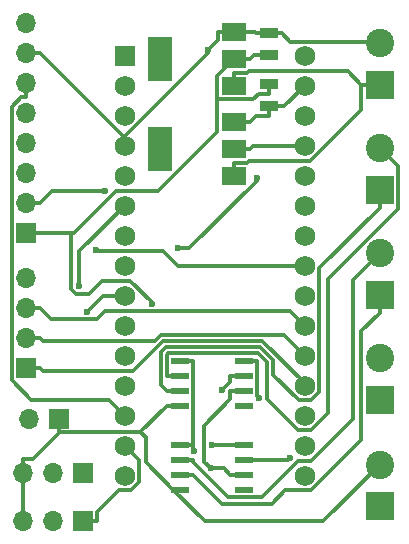
<source format=gbr>
G04 #@! TF.GenerationSoftware,KiCad,Pcbnew,5.0.0*
G04 #@! TF.CreationDate,2018-09-23T10:29:23+02:00*
G04 #@! TF.ProjectId,openReflow,6F70656E5265666C6F772E6B69636164,rev?*
G04 #@! TF.SameCoordinates,Original*
G04 #@! TF.FileFunction,Copper,L2,Bot,Signal*
G04 #@! TF.FilePolarity,Positive*
%FSLAX46Y46*%
G04 Gerber Fmt 4.6, Leading zero omitted, Abs format (unit mm)*
G04 Created by KiCad (PCBNEW 5.0.0) date Sun Sep 23 10:29:23 2018*
%MOMM*%
%LPD*%
G01*
G04 APERTURE LIST*
G04 #@! TA.AperFunction,ComponentPad*
%ADD10R,1.700000X1.700000*%
G04 #@! TD*
G04 #@! TA.AperFunction,ComponentPad*
%ADD11O,1.700000X1.700000*%
G04 #@! TD*
G04 #@! TA.AperFunction,SMDPad,CuDef*
%ADD12R,1.500000X0.970000*%
G04 #@! TD*
G04 #@! TA.AperFunction,ComponentPad*
%ADD13R,2.400000X2.400000*%
G04 #@! TD*
G04 #@! TA.AperFunction,ComponentPad*
%ADD14C,2.400000*%
G04 #@! TD*
G04 #@! TA.AperFunction,SMDPad,CuDef*
%ADD15R,2.000000X3.800000*%
G04 #@! TD*
G04 #@! TA.AperFunction,SMDPad,CuDef*
%ADD16R,2.000000X1.500000*%
G04 #@! TD*
G04 #@! TA.AperFunction,SMDPad,CuDef*
%ADD17R,1.550000X0.600000*%
G04 #@! TD*
G04 #@! TA.AperFunction,ComponentPad*
%ADD18C,1.727200*%
G04 #@! TD*
G04 #@! TA.AperFunction,ComponentPad*
%ADD19R,1.727200X1.727200*%
G04 #@! TD*
G04 #@! TA.AperFunction,ViaPad*
%ADD20C,0.600000*%
G04 #@! TD*
G04 #@! TA.AperFunction,Conductor*
%ADD21C,0.300000*%
G04 #@! TD*
G04 APERTURE END LIST*
D10*
G04 #@! TO.P,J5,1*
G04 #@! TO.N,GND*
X78232000Y-128016000D03*
D11*
G04 #@! TO.P,J5,2*
G04 #@! TO.N,Net-(J5-Pad2)*
X75692000Y-128016000D03*
G04 #@! TD*
D12*
G04 #@! TO.P,C2,1*
G04 #@! TO.N,3V3*
X96012000Y-99629000D03*
G04 #@! TO.P,C2,2*
G04 #@! TO.N,GND*
X96012000Y-101539000D03*
G04 #@! TD*
G04 #@! TO.P,C7,1*
G04 #@! TO.N,3V3*
X96012000Y-97221000D03*
G04 #@! TO.P,C7,2*
G04 #@! TO.N,GND*
X96012000Y-95311000D03*
G04 #@! TD*
D13*
G04 #@! TO.P,J1,1*
G04 #@! TO.N,VIN*
X105410000Y-99695000D03*
D14*
G04 #@! TO.P,J1,2*
G04 #@! TO.N,GND*
X105410000Y-96195000D03*
G04 #@! TD*
D13*
G04 #@! TO.P,J2,1*
G04 #@! TO.N,Net-(C3-Pad1)*
X105410000Y-108585000D03*
D14*
G04 #@! TO.P,J2,2*
G04 #@! TO.N,Net-(C3-Pad2)*
X105410000Y-105085000D03*
G04 #@! TD*
D13*
G04 #@! TO.P,J3,1*
G04 #@! TO.N,Net-(C6-Pad1)*
X105410000Y-117475000D03*
D14*
G04 #@! TO.P,J3,2*
G04 #@! TO.N,Net-(C6-Pad2)*
X105410000Y-113975000D03*
G04 #@! TD*
D10*
G04 #@! TO.P,J4,1*
G04 #@! TO.N,3V3*
X75438000Y-112268000D03*
D11*
G04 #@! TO.P,J4,2*
G04 #@! TO.N,SCK*
X75438000Y-109728000D03*
G04 #@! TO.P,J4,3*
G04 #@! TO.N,SDA*
X75438000Y-107188000D03*
G04 #@! TO.P,J4,4*
G04 #@! TO.N,DC*
X75438000Y-104648000D03*
G04 #@! TO.P,J4,5*
G04 #@! TO.N,RESET_TFT*
X75438000Y-102108000D03*
G04 #@! TO.P,J4,6*
G04 #@! TO.N,CS*
X75438000Y-99568000D03*
G04 #@! TO.P,J4,7*
G04 #@! TO.N,GND*
X75438000Y-97028000D03*
G04 #@! TO.P,J4,8*
G04 #@! TO.N,5V*
X75438000Y-94488000D03*
G04 #@! TD*
D10*
G04 #@! TO.P,J6,1*
G04 #@! TO.N,Status_LED*
X80264000Y-132588000D03*
D11*
G04 #@! TO.P,J6,2*
G04 #@! TO.N,5V*
X77724000Y-132588000D03*
G04 #@! TO.P,J6,3*
G04 #@! TO.N,GND*
X75184000Y-132588000D03*
G04 #@! TD*
D13*
G04 #@! TO.P,J7,1*
G04 #@! TO.N,Net-(J7-Pad1)*
X105410000Y-135382000D03*
D14*
G04 #@! TO.P,J7,2*
G04 #@! TO.N,GND*
X105410000Y-131882000D03*
G04 #@! TD*
D13*
G04 #@! TO.P,J8,1*
G04 #@! TO.N,Net-(J8-Pad1)*
X105410000Y-126365000D03*
D14*
G04 #@! TO.P,J8,2*
G04 #@! TO.N,GND*
X105410000Y-122865000D03*
G04 #@! TD*
D10*
G04 #@! TO.P,J9,1*
G04 #@! TO.N,Servo*
X80264000Y-136652000D03*
D11*
G04 #@! TO.P,J9,2*
G04 #@! TO.N,5V*
X77724000Y-136652000D03*
G04 #@! TO.P,J9,3*
G04 #@! TO.N,GND*
X75184000Y-136652000D03*
G04 #@! TD*
D15*
G04 #@! TO.P,U1,4*
G04 #@! TO.N,N/C*
X86766000Y-97536000D03*
D16*
G04 #@! TO.P,U1,2*
G04 #@! TO.N,3V3*
X93066000Y-97536000D03*
G04 #@! TO.P,U1,3*
G04 #@! TO.N,VIN*
X93066000Y-99836000D03*
G04 #@! TO.P,U1,1*
G04 #@! TO.N,GND*
X93066000Y-95236000D03*
G04 #@! TD*
D15*
G04 #@! TO.P,U2,4*
G04 #@! TO.N,N/C*
X86766000Y-105156000D03*
D16*
G04 #@! TO.P,U2,2*
G04 #@! TO.N,5V*
X93066000Y-105156000D03*
G04 #@! TO.P,U2,3*
G04 #@! TO.N,VIN*
X93066000Y-107456000D03*
G04 #@! TO.P,U2,1*
G04 #@! TO.N,GND*
X93066000Y-102856000D03*
G04 #@! TD*
D17*
G04 #@! TO.P,U3,1*
G04 #@! TO.N,GND*
X88486000Y-126873000D03*
G04 #@! TO.P,U3,2*
G04 #@! TO.N,Net-(C3-Pad1)*
X88486000Y-125603000D03*
G04 #@! TO.P,U3,3*
G04 #@! TO.N,Net-(C3-Pad2)*
X88486000Y-124333000D03*
G04 #@! TO.P,U3,4*
G04 #@! TO.N,3V3*
X88486000Y-123063000D03*
G04 #@! TO.P,U3,5*
G04 #@! TO.N,Net-(D1-Pad2)*
X93886000Y-123063000D03*
G04 #@! TO.P,U3,6*
G04 #@! TO.N,Net-(D2-Pad2)*
X93886000Y-124333000D03*
G04 #@! TO.P,U3,7*
G04 #@! TO.N,MISO*
X93886000Y-125603000D03*
G04 #@! TO.P,U3,8*
G04 #@! TO.N,N/C*
X93886000Y-126873000D03*
G04 #@! TD*
G04 #@! TO.P,U4,1*
G04 #@! TO.N,GND*
X88486000Y-133985000D03*
G04 #@! TO.P,U4,2*
G04 #@! TO.N,Net-(C6-Pad1)*
X88486000Y-132715000D03*
G04 #@! TO.P,U4,3*
G04 #@! TO.N,Net-(C6-Pad2)*
X88486000Y-131445000D03*
G04 #@! TO.P,U4,4*
G04 #@! TO.N,3V3*
X88486000Y-130175000D03*
G04 #@! TO.P,U4,5*
G04 #@! TO.N,Net-(D3-Pad2)*
X93886000Y-130175000D03*
G04 #@! TO.P,U4,6*
G04 #@! TO.N,Net-(D4-Pad2)*
X93886000Y-131445000D03*
G04 #@! TO.P,U4,7*
G04 #@! TO.N,MISO*
X93886000Y-132715000D03*
G04 #@! TO.P,U4,8*
G04 #@! TO.N,N/C*
X93886000Y-133985000D03*
G04 #@! TD*
D18*
G04 #@! TO.P,XA1,VIN*
G04 #@! TO.N,N/C*
X99060000Y-97282000D03*
G04 #@! TO.P,XA1,GND2*
G04 #@! TO.N,GND*
X99060000Y-99822000D03*
G04 #@! TO.P,XA1,RST2*
G04 #@! TO.N,N/C*
X99060000Y-102362000D03*
G04 #@! TO.P,XA1,5V*
G04 #@! TO.N,5V*
X99060000Y-104902000D03*
G04 #@! TO.P,XA1,A7*
G04 #@! TO.N,N/C*
X99060000Y-107442000D03*
G04 #@! TO.P,XA1,A6*
X99060000Y-109982000D03*
G04 #@! TO.P,XA1,A5*
X99060000Y-112522000D03*
G04 #@! TO.P,XA1,A4*
G04 #@! TO.N,SDA*
X99060000Y-115062000D03*
G04 #@! TO.P,XA1,A3*
G04 #@! TO.N,N/C*
X99060000Y-117602000D03*
G04 #@! TO.P,XA1,A2*
G04 #@! TO.N,A2*
X99060000Y-120142000D03*
G04 #@! TO.P,XA1,A1*
G04 #@! TO.N,A1*
X99060000Y-122682000D03*
G04 #@! TO.P,XA1,A0*
G04 #@! TO.N,A0*
X99060000Y-125222000D03*
G04 #@! TO.P,XA1,AREF*
G04 #@! TO.N,N/C*
X99060000Y-127762000D03*
G04 #@! TO.P,XA1,3V3*
X99060000Y-130302000D03*
G04 #@! TO.P,XA1,D13*
G04 #@! TO.N,SCK*
X99060000Y-132842000D03*
G04 #@! TO.P,XA1,D12*
G04 #@! TO.N,MISO*
X83820000Y-132842000D03*
G04 #@! TO.P,XA1,D11*
G04 #@! TO.N,Servo*
X83820000Y-130302000D03*
G04 #@! TO.P,XA1,D10*
G04 #@! TO.N,CS*
X83820000Y-127762000D03*
G04 #@! TO.P,XA1,D9*
G04 #@! TO.N,DC*
X83820000Y-125222000D03*
G04 #@! TO.P,XA1,D8*
G04 #@! TO.N,RESET_TFT*
X83820000Y-122682000D03*
G04 #@! TO.P,XA1,D7*
G04 #@! TO.N,TC2_CS*
X83820000Y-120142000D03*
G04 #@! TO.P,XA1,D6*
G04 #@! TO.N,TC1_CS*
X83820000Y-117602000D03*
G04 #@! TO.P,XA1,D5*
G04 #@! TO.N,SSR2*
X83820000Y-115062000D03*
G04 #@! TO.P,XA1,D4*
G04 #@! TO.N,SSR1*
X83820000Y-112522000D03*
G04 #@! TO.P,XA1,D3*
G04 #@! TO.N,Status_LED*
X83820000Y-109982000D03*
G04 #@! TO.P,XA1,D2*
G04 #@! TO.N,Buzzer*
X83820000Y-107442000D03*
G04 #@! TO.P,XA1,GND1*
G04 #@! TO.N,GND*
X83820000Y-104902000D03*
G04 #@! TO.P,XA1,RST1*
G04 #@! TO.N,N/C*
X83820000Y-102362000D03*
G04 #@! TO.P,XA1,D0*
X83820000Y-99822000D03*
D19*
G04 #@! TO.P,XA1,D1*
X83820000Y-97282000D03*
G04 #@! TD*
D10*
G04 #@! TO.P,J10,1*
G04 #@! TO.N,A0*
X75438000Y-123698000D03*
D11*
G04 #@! TO.P,J10,2*
G04 #@! TO.N,A1*
X75438000Y-121158000D03*
G04 #@! TO.P,J10,3*
G04 #@! TO.N,A2*
X75438000Y-118618000D03*
G04 #@! TO.P,J10,4*
G04 #@! TO.N,GND*
X75438000Y-116078000D03*
G04 #@! TD*
D20*
G04 #@! TO.N,GND*
X90887900Y-96752300D03*
G04 #@! TO.N,3V3*
X86106500Y-118242700D03*
X89717400Y-130765500D03*
G04 #@! TO.N,SCK*
X82140000Y-108716000D03*
G04 #@! TO.N,Net-(D1-Pad2)*
X95215500Y-126237500D03*
G04 #@! TO.N,TC1_CS*
X80626900Y-118935100D03*
G04 #@! TO.N,Net-(D2-Pad2)*
X92077500Y-125573600D03*
G04 #@! TO.N,Net-(D3-Pad2)*
X91180100Y-130175000D03*
G04 #@! TO.N,Net-(D4-Pad2)*
X97774900Y-131331300D03*
G04 #@! TO.N,SDA*
X81366200Y-113688400D03*
G04 #@! TO.N,Status_LED*
X79985000Y-116789500D03*
G04 #@! TO.N,MISO*
X91087000Y-132191900D03*
G04 #@! TO.N,Net-(Q3-Pad1)*
X88331000Y-113538000D03*
X95010300Y-107636000D03*
G04 #@! TD*
D21*
G04 #@! TO.N,VIN*
X93066000Y-107456000D02*
X93066000Y-106355700D01*
X93066000Y-106355700D02*
X94166300Y-106355700D01*
X94166300Y-106355700D02*
X94350000Y-106172000D01*
X94350000Y-106172000D02*
X99508000Y-106172000D01*
X99508000Y-106172000D02*
X103859700Y-101820300D01*
X103859700Y-101820300D02*
X103859700Y-99695000D01*
X93066000Y-99836000D02*
X93066000Y-98735700D01*
X105410000Y-99695000D02*
X103859700Y-99695000D01*
X93066000Y-98735700D02*
X94166300Y-98735700D01*
X94166300Y-98735700D02*
X94350000Y-98552000D01*
X94350000Y-98552000D02*
X102716700Y-98552000D01*
X102716700Y-98552000D02*
X103859700Y-99695000D01*
G04 #@! TO.N,GND*
X85145700Y-129088000D02*
X87360700Y-126873000D01*
X78232000Y-129088000D02*
X85145700Y-129088000D01*
X87923400Y-133985000D02*
X85582300Y-131643900D01*
X85582300Y-131643900D02*
X85582300Y-129524600D01*
X85582300Y-129524600D02*
X85145700Y-129088000D01*
X105410000Y-131882000D02*
X100634600Y-136657400D01*
X100634600Y-136657400D02*
X90595800Y-136657400D01*
X90595800Y-136657400D02*
X87923400Y-133985000D01*
X88486000Y-126873000D02*
X87360700Y-126873000D01*
X78232000Y-128976000D02*
X78232000Y-129088000D01*
X78232000Y-129096100D02*
X78232000Y-129088000D01*
X78232000Y-129096100D02*
X78232000Y-129216300D01*
X78232000Y-128971000D02*
X78232000Y-128976000D01*
X78232000Y-128016000D02*
X78232000Y-128971000D01*
X75184000Y-132588000D02*
X75184000Y-131387700D01*
X78232000Y-129216300D02*
X76060600Y-131387700D01*
X76060600Y-131387700D02*
X75184000Y-131387700D01*
X75184000Y-136652000D02*
X75184000Y-132588000D01*
X88486000Y-133985000D02*
X87923400Y-133985000D01*
X90887900Y-96752300D02*
X91715700Y-95924500D01*
X91715700Y-95924500D02*
X91715700Y-95236000D01*
X83766800Y-104156500D02*
X90887900Y-97035400D01*
X90887900Y-97035400D02*
X90887900Y-96752300D01*
X83766800Y-104156500D02*
X76638300Y-97028000D01*
X83820000Y-104902000D02*
X83820000Y-104209700D01*
X83820000Y-104209700D02*
X83766800Y-104156500D01*
X93066000Y-95236000D02*
X91715700Y-95236000D01*
X93066000Y-102856000D02*
X94416300Y-102856000D01*
X96012000Y-101539000D02*
X96012000Y-102374300D01*
X96012000Y-102374300D02*
X94898000Y-102374300D01*
X94898000Y-102374300D02*
X94416300Y-102856000D01*
X99060000Y-99822000D02*
X97343000Y-101539000D01*
X97343000Y-101539000D02*
X96012000Y-101539000D01*
X75438000Y-97028000D02*
X76638300Y-97028000D01*
X94911700Y-95311000D02*
X94836700Y-95236000D01*
X94836700Y-95236000D02*
X93066000Y-95236000D01*
X96012000Y-95311000D02*
X97112300Y-95311000D01*
X105410000Y-96195000D02*
X105270400Y-96055400D01*
X105270400Y-96055400D02*
X97856700Y-96055400D01*
X97856700Y-96055400D02*
X97112300Y-95311000D01*
X96012000Y-95311000D02*
X94911700Y-95311000D01*
G04 #@! TO.N,3V3*
X79288600Y-112268000D02*
X79562800Y-112268000D01*
X79562800Y-112268000D02*
X83118800Y-108712000D01*
X83118800Y-108712000D02*
X86634300Y-108712000D01*
X86634300Y-108712000D02*
X91633800Y-103712500D01*
X91633800Y-103712500D02*
X91633800Y-100960300D01*
X76638300Y-112268000D02*
X79288600Y-112268000D01*
X79288600Y-112268000D02*
X79288600Y-117033300D01*
X79288600Y-117033300D02*
X79696700Y-117441400D01*
X79696700Y-117441400D02*
X80774600Y-117441400D01*
X80774600Y-117441400D02*
X81884000Y-116332000D01*
X81884000Y-116332000D02*
X84300600Y-116332000D01*
X84300600Y-116332000D02*
X86106500Y-118137900D01*
X86106500Y-118137900D02*
X86106500Y-118242700D01*
X88486000Y-123063000D02*
X89611300Y-123063000D01*
X89611300Y-123063000D02*
X89611300Y-130175000D01*
X91633800Y-100960300D02*
X91633800Y-98968200D01*
X91633800Y-98968200D02*
X93066000Y-97536000D01*
X91633800Y-100960300D02*
X94680700Y-100960300D01*
X94680700Y-100960300D02*
X95176700Y-100464300D01*
X95176700Y-100464300D02*
X96012000Y-100464300D01*
X96012000Y-99629000D02*
X96012000Y-100464300D01*
X75438000Y-112268000D02*
X76638300Y-112268000D01*
X88486000Y-130175000D02*
X89611300Y-130175000D01*
X89611300Y-130175000D02*
X89611300Y-130659400D01*
X89611300Y-130659400D02*
X89717400Y-130765500D01*
X93066000Y-97536000D02*
X94416300Y-97536000D01*
X94416300Y-97536000D02*
X94731300Y-97221000D01*
X94731300Y-97221000D02*
X96012000Y-97221000D01*
G04 #@! TO.N,Net-(C3-Pad1)*
X105410000Y-110135300D02*
X100274000Y-115271300D01*
X100274000Y-115271300D02*
X100274000Y-125765000D01*
X100274000Y-125765000D02*
X99601000Y-126438000D01*
X99601000Y-126438000D02*
X98558100Y-126438000D01*
X98558100Y-126438000D02*
X96409500Y-124289400D01*
X96409500Y-124289400D02*
X96409500Y-123046200D01*
X96409500Y-123046200D02*
X95271800Y-121908500D01*
X95271800Y-121908500D02*
X87307200Y-121908500D01*
X87307200Y-121908500D02*
X86860400Y-122355300D01*
X86860400Y-122355300D02*
X86860400Y-125102700D01*
X86860400Y-125102700D02*
X87360700Y-125603000D01*
X105410000Y-108585000D02*
X105410000Y-110135300D01*
X88486000Y-125603000D02*
X87360700Y-125603000D01*
G04 #@! TO.N,Net-(C3-Pad2)*
X88486000Y-124333000D02*
X87360700Y-124333000D01*
X87360700Y-124333000D02*
X87360700Y-122562500D01*
X87360700Y-122562500D02*
X87514400Y-122408800D01*
X87514400Y-122408800D02*
X95064600Y-122408800D01*
X95064600Y-122408800D02*
X95865900Y-123210100D01*
X95865900Y-123210100D02*
X95865900Y-126341000D01*
X95865900Y-126341000D02*
X98501500Y-128976600D01*
X98501500Y-128976600D02*
X99572500Y-128976600D01*
X99572500Y-128976600D02*
X101032200Y-127516900D01*
X101032200Y-127516900D02*
X101032200Y-116160300D01*
X101032200Y-116160300D02*
X106960400Y-110232100D01*
X106960400Y-110232100D02*
X106960400Y-106635400D01*
X106960400Y-106635400D02*
X105410000Y-105085000D01*
G04 #@! TO.N,5V*
X93066000Y-105156000D02*
X94416300Y-105156000D01*
X99060000Y-104902000D02*
X94670300Y-104902000D01*
X94670300Y-104902000D02*
X94416300Y-105156000D01*
G04 #@! TO.N,Net-(C6-Pad1)*
X105410000Y-117475000D02*
X105410000Y-119025300D01*
X88486000Y-132715000D02*
X89611300Y-132715000D01*
X89611300Y-132715000D02*
X92078100Y-135181800D01*
X92078100Y-135181800D02*
X96267500Y-135181800D01*
X96267500Y-135181800D02*
X97380700Y-134068600D01*
X97380700Y-134068600D02*
X99574600Y-134068600D01*
X99574600Y-134068600D02*
X103859700Y-129783500D01*
X103859700Y-129783500D02*
X103859700Y-120575600D01*
X103859700Y-120575600D02*
X105410000Y-119025300D01*
G04 #@! TO.N,Net-(C6-Pad2)*
X89611300Y-131445000D02*
X89611300Y-131658000D01*
X89611300Y-131658000D02*
X92588700Y-134635400D01*
X92588700Y-134635400D02*
X95417800Y-134635400D01*
X95417800Y-134635400D02*
X98481200Y-131572000D01*
X98481200Y-131572000D02*
X99569400Y-131572000D01*
X99569400Y-131572000D02*
X103160500Y-127980900D01*
X103160500Y-127980900D02*
X103160500Y-116224500D01*
X103160500Y-116224500D02*
X105410000Y-113975000D01*
X88486000Y-131445000D02*
X89611300Y-131445000D01*
G04 #@! TO.N,SCK*
X75438000Y-109728000D02*
X76638300Y-109728000D01*
X76638300Y-109728000D02*
X77650300Y-108716000D01*
X77650300Y-108716000D02*
X82140000Y-108716000D01*
G04 #@! TO.N,Net-(D1-Pad2)*
X95011300Y-123063000D02*
X95011300Y-126033300D01*
X95011300Y-126033300D02*
X95215500Y-126237500D01*
X93886000Y-123063000D02*
X95011300Y-123063000D01*
G04 #@! TO.N,TC1_CS*
X83820000Y-117602000D02*
X81960000Y-117602000D01*
X81960000Y-117602000D02*
X80626900Y-118935100D01*
G04 #@! TO.N,Net-(D2-Pad2)*
X92077500Y-125573600D02*
X92760700Y-124890400D01*
X92760700Y-124890400D02*
X92760700Y-124333000D01*
X93886000Y-124333000D02*
X92760700Y-124333000D01*
G04 #@! TO.N,Net-(D3-Pad2)*
X93886000Y-130175000D02*
X91180100Y-130175000D01*
G04 #@! TO.N,Net-(D4-Pad2)*
X93886000Y-131445000D02*
X97661200Y-131445000D01*
X97661200Y-131445000D02*
X97774900Y-131331300D01*
G04 #@! TO.N,SDA*
X99060000Y-115062000D02*
X88315200Y-115062000D01*
X88315200Y-115062000D02*
X87045200Y-113792000D01*
X87045200Y-113792000D02*
X81469800Y-113792000D01*
X81469800Y-113792000D02*
X81366200Y-113688400D01*
G04 #@! TO.N,CS*
X75438000Y-99568000D02*
X75438000Y-100768300D01*
X75438000Y-100768300D02*
X75062900Y-100768300D01*
X75062900Y-100768300D02*
X74237600Y-101593600D01*
X74237600Y-101593600D02*
X74237600Y-124748400D01*
X74237600Y-124748400D02*
X75925200Y-126436000D01*
X75925200Y-126436000D02*
X82494000Y-126436000D01*
X82494000Y-126436000D02*
X83820000Y-127762000D01*
G04 #@! TO.N,Status_LED*
X79985000Y-116789500D02*
X79985000Y-113817000D01*
X79985000Y-113817000D02*
X83820000Y-109982000D01*
G04 #@! TO.N,Servo*
X80264000Y-136652000D02*
X81464300Y-136652000D01*
X83820000Y-130302000D02*
X85034000Y-131516000D01*
X85034000Y-131516000D02*
X85034000Y-133360500D01*
X85034000Y-133360500D02*
X84325900Y-134068600D01*
X84325900Y-134068600D02*
X83297500Y-134068600D01*
X83297500Y-134068600D02*
X81464300Y-135901800D01*
X81464300Y-135901800D02*
X81464300Y-136652000D01*
G04 #@! TO.N,A0*
X99060000Y-125222000D02*
X99060000Y-124989200D01*
X99060000Y-124989200D02*
X95479000Y-121408200D01*
X95479000Y-121408200D02*
X87100000Y-121408200D01*
X87100000Y-121408200D02*
X84556200Y-123952000D01*
X84556200Y-123952000D02*
X76892300Y-123952000D01*
X76892300Y-123952000D02*
X76638300Y-123698000D01*
X75438000Y-123698000D02*
X76638300Y-123698000D01*
G04 #@! TO.N,A1*
X99060000Y-122682000D02*
X97285900Y-120907900D01*
X97285900Y-120907900D02*
X86892800Y-120907900D01*
X86892800Y-120907900D02*
X86392500Y-121408200D01*
X86392500Y-121408200D02*
X76888500Y-121408200D01*
X76888500Y-121408200D02*
X76638300Y-121158000D01*
X75438000Y-121158000D02*
X76638300Y-121158000D01*
G04 #@! TO.N,A2*
X76638300Y-118618000D02*
X77605700Y-119585400D01*
X77605700Y-119585400D02*
X81483600Y-119585400D01*
X81483600Y-119585400D02*
X82176000Y-118893000D01*
X82176000Y-118893000D02*
X97811000Y-118893000D01*
X97811000Y-118893000D02*
X99060000Y-120142000D01*
X75438000Y-118618000D02*
X76638300Y-118618000D01*
G04 #@! TO.N,MISO*
X91087000Y-132191900D02*
X90527000Y-131631900D01*
X90527000Y-131631900D02*
X90527000Y-128591200D01*
X90527000Y-128591200D02*
X92760700Y-126357500D01*
X92760700Y-126357500D02*
X92760700Y-125603000D01*
X91087000Y-132191900D02*
X92237600Y-132191900D01*
X92237600Y-132191900D02*
X92760700Y-132715000D01*
X93886000Y-125603000D02*
X92760700Y-125603000D01*
X93886000Y-132715000D02*
X92760700Y-132715000D01*
G04 #@! TO.N,Net-(Q3-Pad1)*
X95010300Y-107636000D02*
X95010300Y-107833200D01*
X95010300Y-107833200D02*
X89305500Y-113538000D01*
X89305500Y-113538000D02*
X88331000Y-113538000D01*
G04 #@! TD*
M02*

</source>
